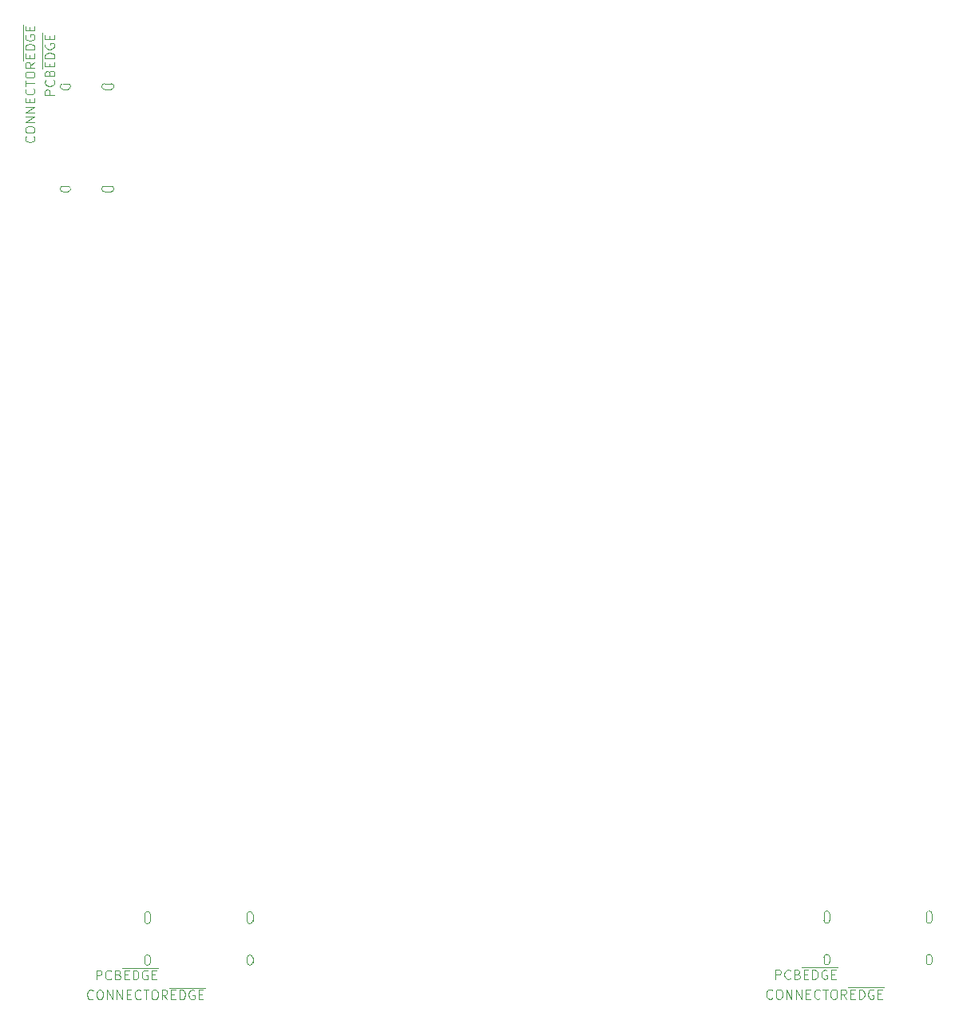
<source format=gbr>
%TF.GenerationSoftware,KiCad,Pcbnew,(5.0.1)-4*%
%TF.CreationDate,2019-03-02T12:31:27+00:00*%
%TF.ProjectId,camera module,63616D657261206D6F64756C652E6B69,rev?*%
%TF.SameCoordinates,Original*%
%TF.FileFunction,Profile,NP*%
%FSLAX46Y46*%
G04 Gerber Fmt 4.6, Leading zero omitted, Abs format (unit mm)*
G04 Created by KiCad (PCBNEW (5.0.1)-4) date 02/03/2019 12:31:27*
%MOMM*%
%LPD*%
G01*
G04 APERTURE LIST*
%ADD10C,0.100000*%
%ADD11C,0.050000*%
G04 APERTURE END LIST*
D10*
X140200000Y-130250000D02*
X140200000Y-130950000D01*
X140200000Y-130950000D02*
G75*
G02X139600000Y-130950000I-300000J0D01*
G01*
X139600000Y-130950000D02*
X139600000Y-130250000D01*
X139600000Y-130250000D02*
G75*
G02X140200000Y-130250000I300000J0D01*
G01*
X129350000Y-130250000D02*
X129350000Y-130950000D01*
X129350000Y-130950000D02*
G75*
G02X128750000Y-130950000I-300000J0D01*
G01*
X128750000Y-130950000D02*
X128750000Y-130250000D01*
X128750000Y-130250000D02*
G75*
G02X129350000Y-130250000I300000J0D01*
G01*
X140200000Y-134850000D02*
X140200000Y-135350000D01*
X140200000Y-135350000D02*
G75*
G02X139600000Y-135350000I-300000J0D01*
G01*
X139600000Y-135350000D02*
X139600000Y-134850000D01*
X139600000Y-134850000D02*
G75*
G02X140200000Y-134850000I300000J0D01*
G01*
X129350000Y-134850000D02*
X129350000Y-135350000D01*
X129350000Y-135350000D02*
G75*
G02X128750000Y-135350000I-300000J0D01*
G01*
X128750000Y-135350000D02*
X128750000Y-134850000D01*
X128750000Y-134850000D02*
G75*
G02X129350000Y-134850000I300000J0D01*
G01*
X53160000Y-53705000D02*
X52460000Y-53705000D01*
X52460000Y-53705000D02*
G75*
G02X52460000Y-53105000I0J300000D01*
G01*
X52460000Y-53105000D02*
X53160000Y-53105000D01*
X53160000Y-53105000D02*
G75*
G02X53160000Y-53705000I0J-300000D01*
G01*
X53160000Y-42855000D02*
X52460000Y-42855000D01*
X52460000Y-42855000D02*
G75*
G02X52460000Y-42255000I0J300000D01*
G01*
X52460000Y-42255000D02*
X53160000Y-42255000D01*
X53160000Y-42255000D02*
G75*
G02X53160000Y-42855000I0J-300000D01*
G01*
X48560000Y-53705000D02*
X48060000Y-53705000D01*
X48060000Y-53705000D02*
G75*
G02X48060000Y-53105000I0J300000D01*
G01*
X48060000Y-53105000D02*
X48560000Y-53105000D01*
X48560000Y-53105000D02*
G75*
G02X48560000Y-53705000I0J-300000D01*
G01*
X48560000Y-42855000D02*
X48060000Y-42855000D01*
X48060000Y-42855000D02*
G75*
G02X48060000Y-42255000I0J300000D01*
G01*
X48060000Y-42255000D02*
X48560000Y-42255000D01*
X48560000Y-42255000D02*
G75*
G02X48560000Y-42855000I0J-300000D01*
G01*
X56725000Y-134900000D02*
G75*
G02X57325000Y-134900000I300000J0D01*
G01*
X56725000Y-135400000D02*
X56725000Y-134900000D01*
X57325000Y-135400000D02*
G75*
G02X56725000Y-135400000I-300000J0D01*
G01*
X57325000Y-134900000D02*
X57325000Y-135400000D01*
X67575000Y-134900000D02*
G75*
G02X68175000Y-134900000I300000J0D01*
G01*
X67575000Y-135400000D02*
X67575000Y-134900000D01*
X68175000Y-135400000D02*
G75*
G02X67575000Y-135400000I-300000J0D01*
G01*
X68175000Y-134900000D02*
X68175000Y-135400000D01*
X56725000Y-130300000D02*
G75*
G02X57325000Y-130300000I300000J0D01*
G01*
X56725000Y-131000000D02*
X56725000Y-130300000D01*
X57325000Y-131000000D02*
G75*
G02X56725000Y-131000000I-300000J0D01*
G01*
X57325000Y-130300000D02*
X57325000Y-131000000D01*
X67575000Y-130300000D02*
G75*
G02X68175000Y-130300000I300000J0D01*
G01*
X67575000Y-131000000D02*
X67575000Y-130300000D01*
X68175000Y-131000000D02*
G75*
G02X67575000Y-131000000I-300000J0D01*
G01*
X68175000Y-130300000D02*
X68175000Y-131000000D01*
D11*
X123608333Y-137172380D02*
X123608333Y-136172380D01*
X123989285Y-136172380D01*
X124084523Y-136220000D01*
X124132142Y-136267619D01*
X124179761Y-136362857D01*
X124179761Y-136505714D01*
X124132142Y-136600952D01*
X124084523Y-136648571D01*
X123989285Y-136696190D01*
X123608333Y-136696190D01*
X125179761Y-137077142D02*
X125132142Y-137124761D01*
X124989285Y-137172380D01*
X124894047Y-137172380D01*
X124751190Y-137124761D01*
X124655952Y-137029523D01*
X124608333Y-136934285D01*
X124560714Y-136743809D01*
X124560714Y-136600952D01*
X124608333Y-136410476D01*
X124655952Y-136315238D01*
X124751190Y-136220000D01*
X124894047Y-136172380D01*
X124989285Y-136172380D01*
X125132142Y-136220000D01*
X125179761Y-136267619D01*
X125941666Y-136648571D02*
X126084523Y-136696190D01*
X126132142Y-136743809D01*
X126179761Y-136839047D01*
X126179761Y-136981904D01*
X126132142Y-137077142D01*
X126084523Y-137124761D01*
X125989285Y-137172380D01*
X125608333Y-137172380D01*
X125608333Y-136172380D01*
X125941666Y-136172380D01*
X126036904Y-136220000D01*
X126084523Y-136267619D01*
X126132142Y-136362857D01*
X126132142Y-136458095D01*
X126084523Y-136553333D01*
X126036904Y-136600952D01*
X125941666Y-136648571D01*
X125608333Y-136648571D01*
X126370238Y-135935000D02*
X127275000Y-135935000D01*
X126608333Y-136648571D02*
X126941666Y-136648571D01*
X127084523Y-137172380D02*
X126608333Y-137172380D01*
X126608333Y-136172380D01*
X127084523Y-136172380D01*
X127275000Y-135935000D02*
X128275000Y-135935000D01*
X127513095Y-137172380D02*
X127513095Y-136172380D01*
X127751190Y-136172380D01*
X127894047Y-136220000D01*
X127989285Y-136315238D01*
X128036904Y-136410476D01*
X128084523Y-136600952D01*
X128084523Y-136743809D01*
X128036904Y-136934285D01*
X127989285Y-137029523D01*
X127894047Y-137124761D01*
X127751190Y-137172380D01*
X127513095Y-137172380D01*
X128275000Y-135935000D02*
X129275000Y-135935000D01*
X129036904Y-136220000D02*
X128941666Y-136172380D01*
X128798809Y-136172380D01*
X128655952Y-136220000D01*
X128560714Y-136315238D01*
X128513095Y-136410476D01*
X128465476Y-136600952D01*
X128465476Y-136743809D01*
X128513095Y-136934285D01*
X128560714Y-137029523D01*
X128655952Y-137124761D01*
X128798809Y-137172380D01*
X128894047Y-137172380D01*
X129036904Y-137124761D01*
X129084523Y-137077142D01*
X129084523Y-136743809D01*
X128894047Y-136743809D01*
X129275000Y-135935000D02*
X130179761Y-135935000D01*
X129513095Y-136648571D02*
X129846428Y-136648571D01*
X129989285Y-137172380D02*
X129513095Y-137172380D01*
X129513095Y-136172380D01*
X129989285Y-136172380D01*
X123271190Y-139167142D02*
X123223571Y-139214761D01*
X123080714Y-139262380D01*
X122985476Y-139262380D01*
X122842619Y-139214761D01*
X122747380Y-139119523D01*
X122699761Y-139024285D01*
X122652142Y-138833809D01*
X122652142Y-138690952D01*
X122699761Y-138500476D01*
X122747380Y-138405238D01*
X122842619Y-138310000D01*
X122985476Y-138262380D01*
X123080714Y-138262380D01*
X123223571Y-138310000D01*
X123271190Y-138357619D01*
X123890238Y-138262380D02*
X124080714Y-138262380D01*
X124175952Y-138310000D01*
X124271190Y-138405238D01*
X124318809Y-138595714D01*
X124318809Y-138929047D01*
X124271190Y-139119523D01*
X124175952Y-139214761D01*
X124080714Y-139262380D01*
X123890238Y-139262380D01*
X123795000Y-139214761D01*
X123699761Y-139119523D01*
X123652142Y-138929047D01*
X123652142Y-138595714D01*
X123699761Y-138405238D01*
X123795000Y-138310000D01*
X123890238Y-138262380D01*
X124747380Y-139262380D02*
X124747380Y-138262380D01*
X125318809Y-139262380D01*
X125318809Y-138262380D01*
X125795000Y-139262380D02*
X125795000Y-138262380D01*
X126366428Y-139262380D01*
X126366428Y-138262380D01*
X126842619Y-138738571D02*
X127175952Y-138738571D01*
X127318809Y-139262380D02*
X126842619Y-139262380D01*
X126842619Y-138262380D01*
X127318809Y-138262380D01*
X128318809Y-139167142D02*
X128271190Y-139214761D01*
X128128333Y-139262380D01*
X128033095Y-139262380D01*
X127890238Y-139214761D01*
X127795000Y-139119523D01*
X127747380Y-139024285D01*
X127699761Y-138833809D01*
X127699761Y-138690952D01*
X127747380Y-138500476D01*
X127795000Y-138405238D01*
X127890238Y-138310000D01*
X128033095Y-138262380D01*
X128128333Y-138262380D01*
X128271190Y-138310000D01*
X128318809Y-138357619D01*
X128604523Y-138262380D02*
X129175952Y-138262380D01*
X128890238Y-139262380D02*
X128890238Y-138262380D01*
X129699761Y-138262380D02*
X129890238Y-138262380D01*
X129985476Y-138310000D01*
X130080714Y-138405238D01*
X130128333Y-138595714D01*
X130128333Y-138929047D01*
X130080714Y-139119523D01*
X129985476Y-139214761D01*
X129890238Y-139262380D01*
X129699761Y-139262380D01*
X129604523Y-139214761D01*
X129509285Y-139119523D01*
X129461666Y-138929047D01*
X129461666Y-138595714D01*
X129509285Y-138405238D01*
X129604523Y-138310000D01*
X129699761Y-138262380D01*
X131128333Y-139262380D02*
X130795000Y-138786190D01*
X130556904Y-139262380D02*
X130556904Y-138262380D01*
X130937857Y-138262380D01*
X131033095Y-138310000D01*
X131080714Y-138357619D01*
X131128333Y-138452857D01*
X131128333Y-138595714D01*
X131080714Y-138690952D01*
X131033095Y-138738571D01*
X130937857Y-138786190D01*
X130556904Y-138786190D01*
X131318809Y-138025000D02*
X132223571Y-138025000D01*
X131556904Y-138738571D02*
X131890238Y-138738571D01*
X132033095Y-139262380D02*
X131556904Y-139262380D01*
X131556904Y-138262380D01*
X132033095Y-138262380D01*
X132223571Y-138025000D02*
X133223571Y-138025000D01*
X132461666Y-139262380D02*
X132461666Y-138262380D01*
X132699761Y-138262380D01*
X132842619Y-138310000D01*
X132937857Y-138405238D01*
X132985476Y-138500476D01*
X133033095Y-138690952D01*
X133033095Y-138833809D01*
X132985476Y-139024285D01*
X132937857Y-139119523D01*
X132842619Y-139214761D01*
X132699761Y-139262380D01*
X132461666Y-139262380D01*
X133223571Y-138025000D02*
X134223571Y-138025000D01*
X133985476Y-138310000D02*
X133890238Y-138262380D01*
X133747380Y-138262380D01*
X133604523Y-138310000D01*
X133509285Y-138405238D01*
X133461666Y-138500476D01*
X133414047Y-138690952D01*
X133414047Y-138833809D01*
X133461666Y-139024285D01*
X133509285Y-139119523D01*
X133604523Y-139214761D01*
X133747380Y-139262380D01*
X133842619Y-139262380D01*
X133985476Y-139214761D01*
X134033095Y-139167142D01*
X134033095Y-138833809D01*
X133842619Y-138833809D01*
X134223571Y-138025000D02*
X135128333Y-138025000D01*
X134461666Y-138738571D02*
X134795000Y-138738571D01*
X134937857Y-139262380D02*
X134461666Y-139262380D01*
X134461666Y-138262380D01*
X134937857Y-138262380D01*
X47142380Y-43446666D02*
X46142380Y-43446666D01*
X46142380Y-43065714D01*
X46190000Y-42970476D01*
X46237619Y-42922857D01*
X46332857Y-42875238D01*
X46475714Y-42875238D01*
X46570952Y-42922857D01*
X46618571Y-42970476D01*
X46666190Y-43065714D01*
X46666190Y-43446666D01*
X47047142Y-41875238D02*
X47094761Y-41922857D01*
X47142380Y-42065714D01*
X47142380Y-42160952D01*
X47094761Y-42303809D01*
X46999523Y-42399047D01*
X46904285Y-42446666D01*
X46713809Y-42494285D01*
X46570952Y-42494285D01*
X46380476Y-42446666D01*
X46285238Y-42399047D01*
X46190000Y-42303809D01*
X46142380Y-42160952D01*
X46142380Y-42065714D01*
X46190000Y-41922857D01*
X46237619Y-41875238D01*
X46618571Y-41113333D02*
X46666190Y-40970476D01*
X46713809Y-40922857D01*
X46809047Y-40875238D01*
X46951904Y-40875238D01*
X47047142Y-40922857D01*
X47094761Y-40970476D01*
X47142380Y-41065714D01*
X47142380Y-41446666D01*
X46142380Y-41446666D01*
X46142380Y-41113333D01*
X46190000Y-41018095D01*
X46237619Y-40970476D01*
X46332857Y-40922857D01*
X46428095Y-40922857D01*
X46523333Y-40970476D01*
X46570952Y-41018095D01*
X46618571Y-41113333D01*
X46618571Y-41446666D01*
X45905000Y-40684761D02*
X45905000Y-39780000D01*
X46618571Y-40446666D02*
X46618571Y-40113333D01*
X47142380Y-39970476D02*
X47142380Y-40446666D01*
X46142380Y-40446666D01*
X46142380Y-39970476D01*
X45905000Y-39780000D02*
X45905000Y-38780000D01*
X47142380Y-39541904D02*
X46142380Y-39541904D01*
X46142380Y-39303809D01*
X46190000Y-39160952D01*
X46285238Y-39065714D01*
X46380476Y-39018095D01*
X46570952Y-38970476D01*
X46713809Y-38970476D01*
X46904285Y-39018095D01*
X46999523Y-39065714D01*
X47094761Y-39160952D01*
X47142380Y-39303809D01*
X47142380Y-39541904D01*
X45905000Y-38780000D02*
X45905000Y-37780000D01*
X46190000Y-38018095D02*
X46142380Y-38113333D01*
X46142380Y-38256190D01*
X46190000Y-38399047D01*
X46285238Y-38494285D01*
X46380476Y-38541904D01*
X46570952Y-38589523D01*
X46713809Y-38589523D01*
X46904285Y-38541904D01*
X46999523Y-38494285D01*
X47094761Y-38399047D01*
X47142380Y-38256190D01*
X47142380Y-38160952D01*
X47094761Y-38018095D01*
X47047142Y-37970476D01*
X46713809Y-37970476D01*
X46713809Y-38160952D01*
X45905000Y-37780000D02*
X45905000Y-36875238D01*
X46618571Y-37541904D02*
X46618571Y-37208571D01*
X47142380Y-37065714D02*
X47142380Y-37541904D01*
X46142380Y-37541904D01*
X46142380Y-37065714D01*
X44957142Y-47823809D02*
X45004761Y-47871428D01*
X45052380Y-48014285D01*
X45052380Y-48109523D01*
X45004761Y-48252380D01*
X44909523Y-48347619D01*
X44814285Y-48395238D01*
X44623809Y-48442857D01*
X44480952Y-48442857D01*
X44290476Y-48395238D01*
X44195238Y-48347619D01*
X44100000Y-48252380D01*
X44052380Y-48109523D01*
X44052380Y-48014285D01*
X44100000Y-47871428D01*
X44147619Y-47823809D01*
X44052380Y-47204761D02*
X44052380Y-47014285D01*
X44100000Y-46919047D01*
X44195238Y-46823809D01*
X44385714Y-46776190D01*
X44719047Y-46776190D01*
X44909523Y-46823809D01*
X45004761Y-46919047D01*
X45052380Y-47014285D01*
X45052380Y-47204761D01*
X45004761Y-47300000D01*
X44909523Y-47395238D01*
X44719047Y-47442857D01*
X44385714Y-47442857D01*
X44195238Y-47395238D01*
X44100000Y-47300000D01*
X44052380Y-47204761D01*
X45052380Y-46347619D02*
X44052380Y-46347619D01*
X45052380Y-45776190D01*
X44052380Y-45776190D01*
X45052380Y-45300000D02*
X44052380Y-45300000D01*
X45052380Y-44728571D01*
X44052380Y-44728571D01*
X44528571Y-44252380D02*
X44528571Y-43919047D01*
X45052380Y-43776190D02*
X45052380Y-44252380D01*
X44052380Y-44252380D01*
X44052380Y-43776190D01*
X44957142Y-42776190D02*
X45004761Y-42823809D01*
X45052380Y-42966666D01*
X45052380Y-43061904D01*
X45004761Y-43204761D01*
X44909523Y-43300000D01*
X44814285Y-43347619D01*
X44623809Y-43395238D01*
X44480952Y-43395238D01*
X44290476Y-43347619D01*
X44195238Y-43300000D01*
X44100000Y-43204761D01*
X44052380Y-43061904D01*
X44052380Y-42966666D01*
X44100000Y-42823809D01*
X44147619Y-42776190D01*
X44052380Y-42490476D02*
X44052380Y-41919047D01*
X45052380Y-42204761D02*
X44052380Y-42204761D01*
X44052380Y-41395238D02*
X44052380Y-41204761D01*
X44100000Y-41109523D01*
X44195238Y-41014285D01*
X44385714Y-40966666D01*
X44719047Y-40966666D01*
X44909523Y-41014285D01*
X45004761Y-41109523D01*
X45052380Y-41204761D01*
X45052380Y-41395238D01*
X45004761Y-41490476D01*
X44909523Y-41585714D01*
X44719047Y-41633333D01*
X44385714Y-41633333D01*
X44195238Y-41585714D01*
X44100000Y-41490476D01*
X44052380Y-41395238D01*
X45052380Y-39966666D02*
X44576190Y-40300000D01*
X45052380Y-40538095D02*
X44052380Y-40538095D01*
X44052380Y-40157142D01*
X44100000Y-40061904D01*
X44147619Y-40014285D01*
X44242857Y-39966666D01*
X44385714Y-39966666D01*
X44480952Y-40014285D01*
X44528571Y-40061904D01*
X44576190Y-40157142D01*
X44576190Y-40538095D01*
X43815000Y-39776190D02*
X43815000Y-38871428D01*
X44528571Y-39538095D02*
X44528571Y-39204761D01*
X45052380Y-39061904D02*
X45052380Y-39538095D01*
X44052380Y-39538095D01*
X44052380Y-39061904D01*
X43815000Y-38871428D02*
X43815000Y-37871428D01*
X45052380Y-38633333D02*
X44052380Y-38633333D01*
X44052380Y-38395238D01*
X44100000Y-38252380D01*
X44195238Y-38157142D01*
X44290476Y-38109523D01*
X44480952Y-38061904D01*
X44623809Y-38061904D01*
X44814285Y-38109523D01*
X44909523Y-38157142D01*
X45004761Y-38252380D01*
X45052380Y-38395238D01*
X45052380Y-38633333D01*
X43815000Y-37871428D02*
X43815000Y-36871428D01*
X44100000Y-37109523D02*
X44052380Y-37204761D01*
X44052380Y-37347619D01*
X44100000Y-37490476D01*
X44195238Y-37585714D01*
X44290476Y-37633333D01*
X44480952Y-37680952D01*
X44623809Y-37680952D01*
X44814285Y-37633333D01*
X44909523Y-37585714D01*
X45004761Y-37490476D01*
X45052380Y-37347619D01*
X45052380Y-37252380D01*
X45004761Y-37109523D01*
X44957142Y-37061904D01*
X44623809Y-37061904D01*
X44623809Y-37252380D01*
X43815000Y-36871428D02*
X43815000Y-35966666D01*
X44528571Y-36633333D02*
X44528571Y-36300000D01*
X45052380Y-36157142D02*
X45052380Y-36633333D01*
X44052380Y-36633333D01*
X44052380Y-36157142D01*
X51246190Y-139217142D02*
X51198571Y-139264761D01*
X51055714Y-139312380D01*
X50960476Y-139312380D01*
X50817619Y-139264761D01*
X50722380Y-139169523D01*
X50674761Y-139074285D01*
X50627142Y-138883809D01*
X50627142Y-138740952D01*
X50674761Y-138550476D01*
X50722380Y-138455238D01*
X50817619Y-138360000D01*
X50960476Y-138312380D01*
X51055714Y-138312380D01*
X51198571Y-138360000D01*
X51246190Y-138407619D01*
X51865238Y-138312380D02*
X52055714Y-138312380D01*
X52150952Y-138360000D01*
X52246190Y-138455238D01*
X52293809Y-138645714D01*
X52293809Y-138979047D01*
X52246190Y-139169523D01*
X52150952Y-139264761D01*
X52055714Y-139312380D01*
X51865238Y-139312380D01*
X51770000Y-139264761D01*
X51674761Y-139169523D01*
X51627142Y-138979047D01*
X51627142Y-138645714D01*
X51674761Y-138455238D01*
X51770000Y-138360000D01*
X51865238Y-138312380D01*
X52722380Y-139312380D02*
X52722380Y-138312380D01*
X53293809Y-139312380D01*
X53293809Y-138312380D01*
X53770000Y-139312380D02*
X53770000Y-138312380D01*
X54341428Y-139312380D01*
X54341428Y-138312380D01*
X54817619Y-138788571D02*
X55150952Y-138788571D01*
X55293809Y-139312380D02*
X54817619Y-139312380D01*
X54817619Y-138312380D01*
X55293809Y-138312380D01*
X56293809Y-139217142D02*
X56246190Y-139264761D01*
X56103333Y-139312380D01*
X56008095Y-139312380D01*
X55865238Y-139264761D01*
X55770000Y-139169523D01*
X55722380Y-139074285D01*
X55674761Y-138883809D01*
X55674761Y-138740952D01*
X55722380Y-138550476D01*
X55770000Y-138455238D01*
X55865238Y-138360000D01*
X56008095Y-138312380D01*
X56103333Y-138312380D01*
X56246190Y-138360000D01*
X56293809Y-138407619D01*
X56579523Y-138312380D02*
X57150952Y-138312380D01*
X56865238Y-139312380D02*
X56865238Y-138312380D01*
X57674761Y-138312380D02*
X57865238Y-138312380D01*
X57960476Y-138360000D01*
X58055714Y-138455238D01*
X58103333Y-138645714D01*
X58103333Y-138979047D01*
X58055714Y-139169523D01*
X57960476Y-139264761D01*
X57865238Y-139312380D01*
X57674761Y-139312380D01*
X57579523Y-139264761D01*
X57484285Y-139169523D01*
X57436666Y-138979047D01*
X57436666Y-138645714D01*
X57484285Y-138455238D01*
X57579523Y-138360000D01*
X57674761Y-138312380D01*
X59103333Y-139312380D02*
X58770000Y-138836190D01*
X58531904Y-139312380D02*
X58531904Y-138312380D01*
X58912857Y-138312380D01*
X59008095Y-138360000D01*
X59055714Y-138407619D01*
X59103333Y-138502857D01*
X59103333Y-138645714D01*
X59055714Y-138740952D01*
X59008095Y-138788571D01*
X58912857Y-138836190D01*
X58531904Y-138836190D01*
X59293809Y-138075000D02*
X60198571Y-138075000D01*
X59531904Y-138788571D02*
X59865238Y-138788571D01*
X60008095Y-139312380D02*
X59531904Y-139312380D01*
X59531904Y-138312380D01*
X60008095Y-138312380D01*
X60198571Y-138075000D02*
X61198571Y-138075000D01*
X60436666Y-139312380D02*
X60436666Y-138312380D01*
X60674761Y-138312380D01*
X60817619Y-138360000D01*
X60912857Y-138455238D01*
X60960476Y-138550476D01*
X61008095Y-138740952D01*
X61008095Y-138883809D01*
X60960476Y-139074285D01*
X60912857Y-139169523D01*
X60817619Y-139264761D01*
X60674761Y-139312380D01*
X60436666Y-139312380D01*
X61198571Y-138075000D02*
X62198571Y-138075000D01*
X61960476Y-138360000D02*
X61865238Y-138312380D01*
X61722380Y-138312380D01*
X61579523Y-138360000D01*
X61484285Y-138455238D01*
X61436666Y-138550476D01*
X61389047Y-138740952D01*
X61389047Y-138883809D01*
X61436666Y-139074285D01*
X61484285Y-139169523D01*
X61579523Y-139264761D01*
X61722380Y-139312380D01*
X61817619Y-139312380D01*
X61960476Y-139264761D01*
X62008095Y-139217142D01*
X62008095Y-138883809D01*
X61817619Y-138883809D01*
X62198571Y-138075000D02*
X63103333Y-138075000D01*
X62436666Y-138788571D02*
X62770000Y-138788571D01*
X62912857Y-139312380D02*
X62436666Y-139312380D01*
X62436666Y-138312380D01*
X62912857Y-138312380D01*
X51583333Y-137222380D02*
X51583333Y-136222380D01*
X51964285Y-136222380D01*
X52059523Y-136270000D01*
X52107142Y-136317619D01*
X52154761Y-136412857D01*
X52154761Y-136555714D01*
X52107142Y-136650952D01*
X52059523Y-136698571D01*
X51964285Y-136746190D01*
X51583333Y-136746190D01*
X53154761Y-137127142D02*
X53107142Y-137174761D01*
X52964285Y-137222380D01*
X52869047Y-137222380D01*
X52726190Y-137174761D01*
X52630952Y-137079523D01*
X52583333Y-136984285D01*
X52535714Y-136793809D01*
X52535714Y-136650952D01*
X52583333Y-136460476D01*
X52630952Y-136365238D01*
X52726190Y-136270000D01*
X52869047Y-136222380D01*
X52964285Y-136222380D01*
X53107142Y-136270000D01*
X53154761Y-136317619D01*
X53916666Y-136698571D02*
X54059523Y-136746190D01*
X54107142Y-136793809D01*
X54154761Y-136889047D01*
X54154761Y-137031904D01*
X54107142Y-137127142D01*
X54059523Y-137174761D01*
X53964285Y-137222380D01*
X53583333Y-137222380D01*
X53583333Y-136222380D01*
X53916666Y-136222380D01*
X54011904Y-136270000D01*
X54059523Y-136317619D01*
X54107142Y-136412857D01*
X54107142Y-136508095D01*
X54059523Y-136603333D01*
X54011904Y-136650952D01*
X53916666Y-136698571D01*
X53583333Y-136698571D01*
X54345238Y-135985000D02*
X55250000Y-135985000D01*
X54583333Y-136698571D02*
X54916666Y-136698571D01*
X55059523Y-137222380D02*
X54583333Y-137222380D01*
X54583333Y-136222380D01*
X55059523Y-136222380D01*
X55250000Y-135985000D02*
X56250000Y-135985000D01*
X55488095Y-137222380D02*
X55488095Y-136222380D01*
X55726190Y-136222380D01*
X55869047Y-136270000D01*
X55964285Y-136365238D01*
X56011904Y-136460476D01*
X56059523Y-136650952D01*
X56059523Y-136793809D01*
X56011904Y-136984285D01*
X55964285Y-137079523D01*
X55869047Y-137174761D01*
X55726190Y-137222380D01*
X55488095Y-137222380D01*
X56250000Y-135985000D02*
X57250000Y-135985000D01*
X57011904Y-136270000D02*
X56916666Y-136222380D01*
X56773809Y-136222380D01*
X56630952Y-136270000D01*
X56535714Y-136365238D01*
X56488095Y-136460476D01*
X56440476Y-136650952D01*
X56440476Y-136793809D01*
X56488095Y-136984285D01*
X56535714Y-137079523D01*
X56630952Y-137174761D01*
X56773809Y-137222380D01*
X56869047Y-137222380D01*
X57011904Y-137174761D01*
X57059523Y-137127142D01*
X57059523Y-136793809D01*
X56869047Y-136793809D01*
X57250000Y-135985000D02*
X58154761Y-135985000D01*
X57488095Y-136698571D02*
X57821428Y-136698571D01*
X57964285Y-137222380D02*
X57488095Y-137222380D01*
X57488095Y-136222380D01*
X57964285Y-136222380D01*
M02*

</source>
